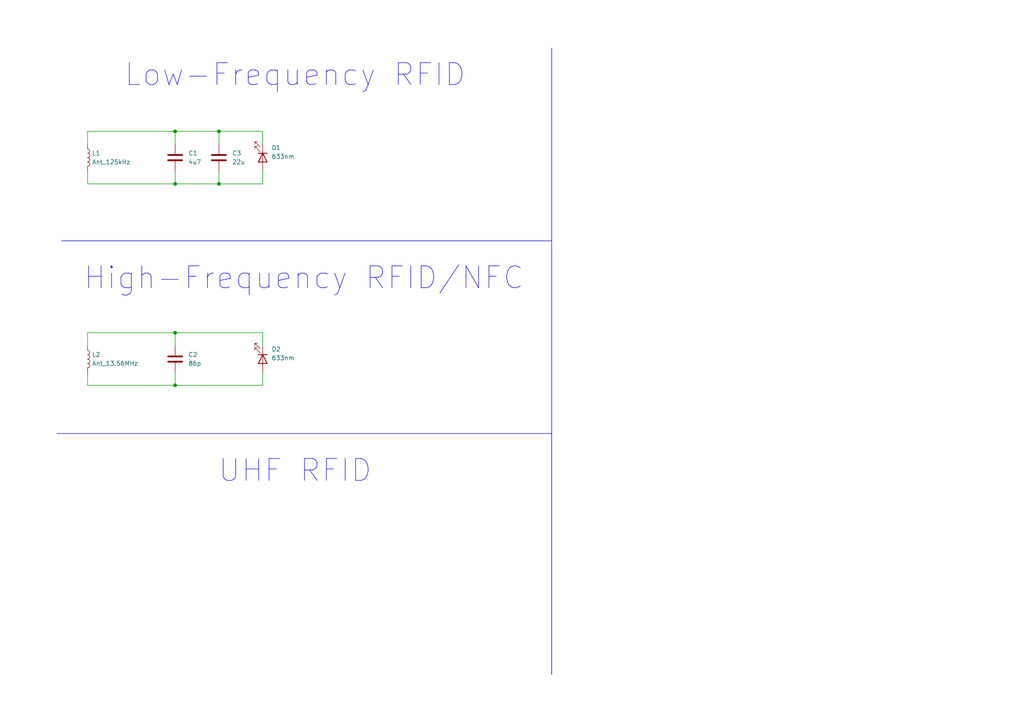
<source format=kicad_sch>
(kicad_sch (version 20250114) (generator "eeschema") (generator_version "9.0")
  (paper "A4")
  (lib_symbols
    (symbol "Device:C" (pin_numbers (hide yes)) (pin_names (offset 0.254))
      (property "Reference" "C" (at 0.635 2.54 0))
      (property "Value" "C" (at 0.635 -2.54 0))
      (symbol "C_0_1"
        (polyline (pts (xy -2.032 0.762) (xy 2.032 0.762)) (stroke (width 0.508)))
        (polyline (pts (xy -2.032 -0.762) (xy 2.032 -0.762)) (stroke (width 0.508)))
      )
      (symbol "C_1_1"
        (pin passive line (at 0 3.81 270) (length 2.794) (name "~") (number "1"))
        (pin passive line (at 0 -3.81 90) (length 2.794) (name "~") (number "2"))
      )
    )
    (symbol "Device:L" (pin_numbers (hide yes)) (pin_names (offset 1.016) (hide yes))
      (property "Reference" "L" (at -1.27 0 90))
      (property "Value" "L" (at 1.905 0 90))
      (symbol "L_0_1"
        (arc (start 0 2.54) (mid 0.6323 1.905) (end 0 1.27))
        (arc (start 0 1.27) (mid 0.6323 0.635) (end 0 0))
        (arc (start 0 0) (mid 0.6323 -0.635) (end 0 -1.27))
        (arc (start 0 -1.27) (mid 0.6323 -1.905) (end 0 -2.54))
      )
      (symbol "L_1_1"
        (pin passive line (at 0 3.81 270) (length 1.27) (name "1") (number "1"))
        (pin passive line (at 0 -3.81 90) (length 1.27) (name "2") (number "2"))
      )
    )
    (symbol "Device:LED" (pin_numbers (hide yes)) (pin_names (offset 1.016) (hide yes))
      (property "Reference" "D" (at 0 2.54 0))
      (property "Value" "LED" (at 0 -2.54 0))
      (symbol "LED_0_1"
        (polyline (pts (xy -3.048 -0.762) (xy -4.572 -2.286) (xy -3.81 -2.286) (xy -4.572 -2.286) (xy -4.572 -1.524)))
        (polyline (pts (xy -1.778 -0.762) (xy -3.302 -2.286) (xy -2.54 -2.286) (xy -3.302 -2.286) (xy -3.302 -1.524)))
        (polyline (pts (xy -1.27 0) (xy 1.27 0)))
        (polyline (pts (xy -1.27 -1.27) (xy -1.27 1.27)) (stroke (width 0.254)))
        (polyline (pts (xy 1.27 -1.27) (xy 1.27 1.27) (xy -1.27 0) (xy 1.27 -1.27)) (stroke (width 0.254)))
      )
      (symbol "LED_1_1"
        (pin passive line (at -3.81 0 0) (length 2.54) (name "K") (number "1"))
        (pin passive line (at 3.81 0 180) (length 2.54) (name "A") (number "2"))
      )
    )
  )
  (text "UHF RFID" (at 85.598 136.652 0) (effects (font (size 6.35 6.35))))
  (text "High-Frequency RFID/NFC" (at 88.138 80.772 0) (effects (font (size 6.35 6.35))))
  (text "Low-Frequency RFID" (at 85.598 21.844 0) (effects (font (size 6.35 6.35))))
  (junction (at 50.8 96.52))
  (junction (at 50.8 38.1))
  (junction (at 50.8 53.34))
  (junction (at 63.5 38.1))
  (junction (at 50.8 111.76))
  (junction (at 63.5 53.34))
  (wire (pts (xy 76.2 111.76) (xy 76.2 107.95)))
  (wire (pts (xy 25.4 49.53) (xy 25.4 53.34)))
  (wire (pts (xy 25.4 41.91) (xy 25.4 38.1)))
  (wire (pts (xy 63.5 38.1) (xy 63.5 41.91)))
  (wire (pts (xy 50.8 96.52) (xy 76.2 96.52)))
  (wire (pts (xy 25.4 111.76) (xy 25.4 107.95)))
  (wire (pts (xy 50.8 41.91) (xy 50.8 38.1)))
  (wire (pts (xy 25.4 96.52) (xy 25.4 100.33)))
  (wire (pts (xy 63.5 53.34) (xy 63.5 49.53)))
  (wire (pts (xy 50.8 49.53) (xy 50.8 53.34)))
  (wire (pts (xy 76.2 38.1) (xy 76.2 41.91)))
  (polyline (pts (xy 160.02 195.58) (xy 160.02 125.73)))
  (wire (pts (xy 50.8 53.34) (xy 63.5 53.34)))
  (wire (pts (xy 63.5 53.34) (xy 76.2 53.34)))
  (polyline (pts (xy 160.02 13.97) (xy 160.02 195.58)))
  (wire (pts (xy 50.8 96.52) (xy 50.8 100.33)))
  (wire (pts (xy 76.2 96.52) (xy 76.2 100.33)))
  (wire (pts (xy 63.5 38.1) (xy 76.2 38.1)))
  (wire (pts (xy 25.4 96.52) (xy 50.8 96.52)))
  (wire (pts (xy 76.2 53.34) (xy 76.2 49.53)))
  (wire (pts (xy 25.4 38.1) (xy 50.8 38.1)))
  (wire (pts (xy 50.8 38.1) (xy 63.5 38.1)))
  (wire (pts (xy 25.4 111.76) (xy 50.8 111.76)))
  (wire (pts (xy 25.4 53.34) (xy 50.8 53.34)))
  (wire (pts (xy 50.8 111.76) (xy 76.2 111.76)))
  (polyline (pts (xy 17.78 69.85) (xy 160.02 69.85)))
  (wire (pts (xy 50.8 111.76) (xy 50.8 107.95)))
  (polyline (pts (xy 16.51 125.73) (xy 160.02 125.73)))
  (symbol (lib_id "Device:LED") (at 76.2 104.14 270) (unit 1)
    (property "Reference" "D2" (at 78.74 101.2824 90) (effects (justify left)))
    (property "Value" "633nm" (at 78.74 103.8224 90) (effects (justify left)))
    (property "Footprint" "LED_SMD:LED_0603_1608Metric" (effects (hide yes)))
    (property "Description" "Light emitting diode" (effects (hide yes)))
    (property "Sim.Pins" "1=K 2=A" (effects (hide yes)))
  )
  (symbol (lib_id "Device:L") (at 25.4 45.72 0) (unit 1)
    (property "Reference" "L1" (at 26.67 44.4499 0) (effects (justify left)))
    (property "Value" "Ant_125kHz" (at 26.67 46.9899 0) (effects (justify left)))
    (property "Description" "Inductor" (effects (hide yes)))
  )
  (symbol (lib_id "Device:C") (at 50.8 45.72 0) (unit 1)
    (property "Reference" "C1" (at 54.61 44.4499 0) (effects (justify left)))
    (property "Value" "4u7" (at 54.61 46.9899 0) (effects (justify left)))
    (property "Footprint" "Capacitor_SMD:C_0603_1608Metric" (effects (hide yes)))
    (property "Description" "Unpolarized capacitor" (effects (hide yes)))
  )
  (symbol (lib_id "Device:LED") (at 76.2 45.72 270) (unit 1)
    (property "Reference" "D1" (at 78.74 42.8624 90) (effects (justify left)))
    (property "Value" "633nm" (at 78.74 45.4024 90) (effects (justify left)))
    (property "Footprint" "LED_SMD:LED_0603_1608Metric" (effects (hide yes)))
    (property "Description" "Light emitting diode" (effects (hide yes)))
    (property "Sim.Pins" "1=K 2=A" (effects (hide yes)))
  )
  (symbol (lib_id "Device:L") (at 25.4 104.14 0) (unit 1)
    (property "Reference" "L2" (at 26.67 102.8699 0) (effects (justify left)))
    (property "Value" "Ant_13.56MHz" (at 26.67 105.4099 0) (effects (justify left)))
    (property "Footprint" "Library:Antenna_nfc" (effects (hide yes)))
    (property "Description" "Inductor" (effects (hide yes)))
  )
  (symbol (lib_id "Device:C") (at 63.5 45.72 0) (unit 1)
    (property "Reference" "C3" (at 67.31 44.4499 0) (effects (justify left)))
    (property "Value" "22u" (at 67.31 46.9899 0) (effects (justify left)))
    (property "Footprint" "Capacitor_SMD:C_0603_1608Metric" (effects (hide yes)))
    (property "Description" "Unpolarized capacitor" (effects (hide yes)))
  )
  (symbol (lib_id "Device:C") (at 50.8 104.14 0) (unit 1)
    (property "Reference" "C2" (at 54.61 102.8699 0) (effects (justify left)))
    (property "Value" "86p" (at 54.61 105.4099 0) (effects (justify left)))
    (property "Footprint" "Capacitor_SMD:C_0603_1608Metric" (effects (hide yes)))
    (property "Description" "Unpolarized capacitor" (effects (hide yes)))
  )
)
</source>
